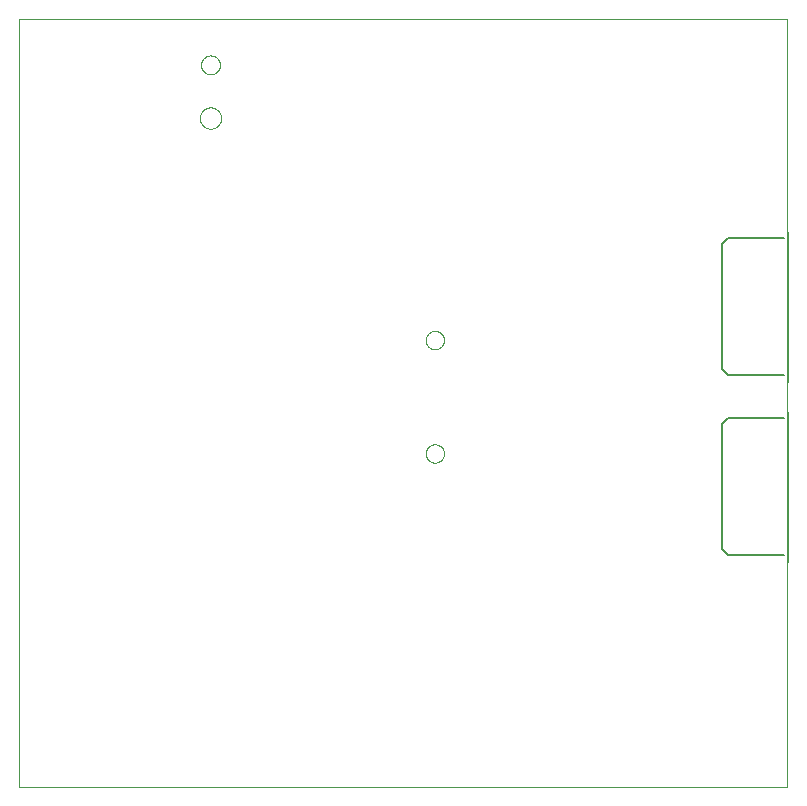
<source format=gbo>
From ad2df019cbf723b1d07ead72946830007506c741 Mon Sep 17 00:00:00 2001
From: Harald Welte <laforge@gnumonks.org>
Date: Tue, 21 Aug 2018 19:47:28 +0200
Subject: sfp-{breakout,experimenter}: Commit GERBER exports

---
 .../gerber/sfp-experimenter/sfp-experimenter.GBO   | 752 +++++++++++++++++++++
 1 file changed, 752 insertions(+)
 create mode 100644 sfp-breakout/gerber/sfp-experimenter/sfp-experimenter.GBO

(limited to 'sfp-breakout/gerber/sfp-experimenter/sfp-experimenter.GBO')

diff --git a/sfp-breakout/gerber/sfp-experimenter/sfp-experimenter.GBO b/sfp-breakout/gerber/sfp-experimenter/sfp-experimenter.GBO
new file mode 100644
index 0000000..64c24be
--- /dev/null
+++ b/sfp-breakout/gerber/sfp-experimenter/sfp-experimenter.GBO
@@ -0,0 +1,752 @@
+G75*
+%MOIN*%
+%OFA0B0*%
+%FSLAX25Y25*%
+%IPPOS*%
+%LPD*%
+%AMOC8*
+5,1,8,0,0,1.08239X$1,22.5*
+%
+%ADD10C,0.00000*%
+%ADD11C,0.00600*%
+D10*
+X0027667Y0001800D02*
+X0027667Y0257706D01*
+X0283573Y0257706D01*
+X0283573Y0001800D01*
+X0027667Y0001800D01*
+X0163160Y0112902D02*
+X0163162Y0113012D01*
+X0163168Y0113122D01*
+X0163178Y0113232D01*
+X0163192Y0113341D01*
+X0163210Y0113450D01*
+X0163231Y0113558D01*
+X0163257Y0113665D01*
+X0163286Y0113771D01*
+X0163320Y0113876D01*
+X0163357Y0113980D01*
+X0163398Y0114082D01*
+X0163442Y0114183D01*
+X0163490Y0114282D01*
+X0163542Y0114380D01*
+X0163597Y0114475D01*
+X0163655Y0114568D01*
+X0163717Y0114659D01*
+X0163782Y0114748D01*
+X0163850Y0114835D01*
+X0163922Y0114919D01*
+X0163996Y0115000D01*
+X0164073Y0115079D01*
+X0164153Y0115155D01*
+X0164236Y0115227D01*
+X0164321Y0115297D01*
+X0164409Y0115364D01*
+X0164499Y0115427D01*
+X0164591Y0115487D01*
+X0164685Y0115544D01*
+X0164782Y0115598D01*
+X0164880Y0115647D01*
+X0164980Y0115694D01*
+X0165082Y0115736D01*
+X0165185Y0115775D01*
+X0165289Y0115810D01*
+X0165395Y0115842D01*
+X0165501Y0115869D01*
+X0165609Y0115893D01*
+X0165717Y0115913D01*
+X0165826Y0115929D01*
+X0165936Y0115941D01*
+X0166046Y0115949D01*
+X0166156Y0115953D01*
+X0166266Y0115953D01*
+X0166376Y0115949D01*
+X0166486Y0115941D01*
+X0166596Y0115929D01*
+X0166705Y0115913D01*
+X0166813Y0115893D01*
+X0166921Y0115869D01*
+X0167027Y0115842D01*
+X0167133Y0115810D01*
+X0167237Y0115775D01*
+X0167340Y0115736D01*
+X0167442Y0115694D01*
+X0167542Y0115647D01*
+X0167640Y0115598D01*
+X0167736Y0115544D01*
+X0167831Y0115487D01*
+X0167923Y0115427D01*
+X0168013Y0115364D01*
+X0168101Y0115297D01*
+X0168186Y0115227D01*
+X0168269Y0115155D01*
+X0168349Y0115079D01*
+X0168426Y0115000D01*
+X0168500Y0114919D01*
+X0168572Y0114835D01*
+X0168640Y0114748D01*
+X0168705Y0114659D01*
+X0168767Y0114568D01*
+X0168825Y0114475D01*
+X0168880Y0114380D01*
+X0168932Y0114282D01*
+X0168980Y0114183D01*
+X0169024Y0114082D01*
+X0169065Y0113980D01*
+X0169102Y0113876D01*
+X0169136Y0113771D01*
+X0169165Y0113665D01*
+X0169191Y0113558D01*
+X0169212Y0113450D01*
+X0169230Y0113341D01*
+X0169244Y0113232D01*
+X0169254Y0113122D01*
+X0169260Y0113012D01*
+X0169262Y0112902D01*
+X0169260Y0112792D01*
+X0169254Y0112682D01*
+X0169244Y0112572D01*
+X0169230Y0112463D01*
+X0169212Y0112354D01*
+X0169191Y0112246D01*
+X0169165Y0112139D01*
+X0169136Y0112033D01*
+X0169102Y0111928D01*
+X0169065Y0111824D01*
+X0169024Y0111722D01*
+X0168980Y0111621D01*
+X0168932Y0111522D01*
+X0168880Y0111424D01*
+X0168825Y0111329D01*
+X0168767Y0111236D01*
+X0168705Y0111145D01*
+X0168640Y0111056D01*
+X0168572Y0110969D01*
+X0168500Y0110885D01*
+X0168426Y0110804D01*
+X0168349Y0110725D01*
+X0168269Y0110649D01*
+X0168186Y0110577D01*
+X0168101Y0110507D01*
+X0168013Y0110440D01*
+X0167923Y0110377D01*
+X0167831Y0110317D01*
+X0167737Y0110260D01*
+X0167640Y0110206D01*
+X0167542Y0110157D01*
+X0167442Y0110110D01*
+X0167340Y0110068D01*
+X0167237Y0110029D01*
+X0167133Y0109994D01*
+X0167027Y0109962D01*
+X0166921Y0109935D01*
+X0166813Y0109911D01*
+X0166705Y0109891D01*
+X0166596Y0109875D01*
+X0166486Y0109863D01*
+X0166376Y0109855D01*
+X0166266Y0109851D01*
+X0166156Y0109851D01*
+X0166046Y0109855D01*
+X0165936Y0109863D01*
+X0165826Y0109875D01*
+X0165717Y0109891D01*
+X0165609Y0109911D01*
+X0165501Y0109935D01*
+X0165395Y0109962D01*
+X0165289Y0109994D01*
+X0165185Y0110029D01*
+X0165082Y0110068D01*
+X0164980Y0110110D01*
+X0164880Y0110157D01*
+X0164782Y0110206D01*
+X0164685Y0110260D01*
+X0164591Y0110317D01*
+X0164499Y0110377D01*
+X0164409Y0110440D01*
+X0164321Y0110507D01*
+X0164236Y0110577D01*
+X0164153Y0110649D01*
+X0164073Y0110725D01*
+X0163996Y0110804D01*
+X0163922Y0110885D01*
+X0163850Y0110969D01*
+X0163782Y0111056D01*
+X0163717Y0111145D01*
+X0163655Y0111236D01*
+X0163597Y0111329D01*
+X0163542Y0111424D01*
+X0163490Y0111522D01*
+X0163442Y0111621D01*
+X0163398Y0111722D01*
+X0163357Y0111824D01*
+X0163320Y0111928D01*
+X0163286Y0112033D01*
+X0163257Y0112139D01*
+X0163231Y0112246D01*
+X0163210Y0112354D01*
+X0163192Y0112463D01*
+X0163178Y0112572D01*
+X0163168Y0112682D01*
+X0163162Y0112792D01*
+X0163160Y0112902D01*
+X0163160Y0150698D02*
+X0163162Y0150808D01*
+X0163168Y0150918D01*
+X0163178Y0151028D01*
+X0163192Y0151137D01*
+X0163210Y0151246D01*
+X0163231Y0151354D01*
+X0163257Y0151461D01*
+X0163286Y0151567D01*
+X0163320Y0151672D01*
+X0163357Y0151776D01*
+X0163398Y0151878D01*
+X0163442Y0151979D01*
+X0163490Y0152078D01*
+X0163542Y0152176D01*
+X0163597Y0152271D01*
+X0163655Y0152364D01*
+X0163717Y0152455D01*
+X0163782Y0152544D01*
+X0163850Y0152631D01*
+X0163922Y0152715D01*
+X0163996Y0152796D01*
+X0164073Y0152875D01*
+X0164153Y0152951D01*
+X0164236Y0153023D01*
+X0164321Y0153093D01*
+X0164409Y0153160D01*
+X0164499Y0153223D01*
+X0164591Y0153283D01*
+X0164685Y0153340D01*
+X0164782Y0153394D01*
+X0164880Y0153443D01*
+X0164980Y0153490D01*
+X0165082Y0153532D01*
+X0165185Y0153571D01*
+X0165289Y0153606D01*
+X0165395Y0153638D01*
+X0165501Y0153665D01*
+X0165609Y0153689D01*
+X0165717Y0153709D01*
+X0165826Y0153725D01*
+X0165936Y0153737D01*
+X0166046Y0153745D01*
+X0166156Y0153749D01*
+X0166266Y0153749D01*
+X0166376Y0153745D01*
+X0166486Y0153737D01*
+X0166596Y0153725D01*
+X0166705Y0153709D01*
+X0166813Y0153689D01*
+X0166921Y0153665D01*
+X0167027Y0153638D01*
+X0167133Y0153606D01*
+X0167237Y0153571D01*
+X0167340Y0153532D01*
+X0167442Y0153490D01*
+X0167542Y0153443D01*
+X0167640Y0153394D01*
+X0167736Y0153340D01*
+X0167831Y0153283D01*
+X0167923Y0153223D01*
+X0168013Y0153160D01*
+X0168101Y0153093D01*
+X0168186Y0153023D01*
+X0168269Y0152951D01*
+X0168349Y0152875D01*
+X0168426Y0152796D01*
+X0168500Y0152715D01*
+X0168572Y0152631D01*
+X0168640Y0152544D01*
+X0168705Y0152455D01*
+X0168767Y0152364D01*
+X0168825Y0152271D01*
+X0168880Y0152176D01*
+X0168932Y0152078D01*
+X0168980Y0151979D01*
+X0169024Y0151878D01*
+X0169065Y0151776D01*
+X0169102Y0151672D01*
+X0169136Y0151567D01*
+X0169165Y0151461D01*
+X0169191Y0151354D01*
+X0169212Y0151246D01*
+X0169230Y0151137D01*
+X0169244Y0151028D01*
+X0169254Y0150918D01*
+X0169260Y0150808D01*
+X0169262Y0150698D01*
+X0169260Y0150588D01*
+X0169254Y0150478D01*
+X0169244Y0150368D01*
+X0169230Y0150259D01*
+X0169212Y0150150D01*
+X0169191Y0150042D01*
+X0169165Y0149935D01*
+X0169136Y0149829D01*
+X0169102Y0149724D01*
+X0169065Y0149620D01*
+X0169024Y0149518D01*
+X0168980Y0149417D01*
+X0168932Y0149318D01*
+X0168880Y0149220D01*
+X0168825Y0149125D01*
+X0168767Y0149032D01*
+X0168705Y0148941D01*
+X0168640Y0148852D01*
+X0168572Y0148765D01*
+X0168500Y0148681D01*
+X0168426Y0148600D01*
+X0168349Y0148521D01*
+X0168269Y0148445D01*
+X0168186Y0148373D01*
+X0168101Y0148303D01*
+X0168013Y0148236D01*
+X0167923Y0148173D01*
+X0167831Y0148113D01*
+X0167737Y0148056D01*
+X0167640Y0148002D01*
+X0167542Y0147953D01*
+X0167442Y0147906D01*
+X0167340Y0147864D01*
+X0167237Y0147825D01*
+X0167133Y0147790D01*
+X0167027Y0147758D01*
+X0166921Y0147731D01*
+X0166813Y0147707D01*
+X0166705Y0147687D01*
+X0166596Y0147671D01*
+X0166486Y0147659D01*
+X0166376Y0147651D01*
+X0166266Y0147647D01*
+X0166156Y0147647D01*
+X0166046Y0147651D01*
+X0165936Y0147659D01*
+X0165826Y0147671D01*
+X0165717Y0147687D01*
+X0165609Y0147707D01*
+X0165501Y0147731D01*
+X0165395Y0147758D01*
+X0165289Y0147790D01*
+X0165185Y0147825D01*
+X0165082Y0147864D01*
+X0164980Y0147906D01*
+X0164880Y0147953D01*
+X0164782Y0148002D01*
+X0164685Y0148056D01*
+X0164591Y0148113D01*
+X0164499Y0148173D01*
+X0164409Y0148236D01*
+X0164321Y0148303D01*
+X0164236Y0148373D01*
+X0164153Y0148445D01*
+X0164073Y0148521D01*
+X0163996Y0148600D01*
+X0163922Y0148681D01*
+X0163850Y0148765D01*
+X0163782Y0148852D01*
+X0163717Y0148941D01*
+X0163655Y0149032D01*
+X0163597Y0149125D01*
+X0163542Y0149220D01*
+X0163490Y0149318D01*
+X0163442Y0149417D01*
+X0163398Y0149518D01*
+X0163357Y0149620D01*
+X0163320Y0149724D01*
+X0163286Y0149829D01*
+X0163257Y0149935D01*
+X0163231Y0150042D01*
+X0163210Y0150150D01*
+X0163192Y0150259D01*
+X0163178Y0150368D01*
+X0163168Y0150478D01*
+X0163162Y0150588D01*
+X0163160Y0150698D01*
+X0087874Y0224713D02*
+X0087876Y0224831D01*
+X0087882Y0224950D01*
+X0087892Y0225068D01*
+X0087906Y0225185D01*
+X0087923Y0225302D01*
+X0087945Y0225419D01*
+X0087971Y0225534D01*
+X0088000Y0225649D01*
+X0088033Y0225763D01*
+X0088070Y0225875D01*
+X0088111Y0225986D01*
+X0088155Y0226096D01*
+X0088203Y0226204D01*
+X0088255Y0226311D01*
+X0088310Y0226416D01*
+X0088369Y0226519D01*
+X0088431Y0226619D01*
+X0088496Y0226718D01*
+X0088565Y0226815D01*
+X0088636Y0226909D01*
+X0088711Y0227000D01*
+X0088789Y0227090D01*
+X0088870Y0227176D01*
+X0088954Y0227260D01*
+X0089040Y0227341D01*
+X0089130Y0227419D01*
+X0089221Y0227494D01*
+X0089315Y0227565D01*
+X0089412Y0227634D01*
+X0089511Y0227699D01*
+X0089611Y0227761D01*
+X0089714Y0227820D01*
+X0089819Y0227875D01*
+X0089926Y0227927D01*
+X0090034Y0227975D01*
+X0090144Y0228019D01*
+X0090255Y0228060D01*
+X0090367Y0228097D01*
+X0090481Y0228130D01*
+X0090596Y0228159D01*
+X0090711Y0228185D01*
+X0090828Y0228207D01*
+X0090945Y0228224D01*
+X0091062Y0228238D01*
+X0091180Y0228248D01*
+X0091299Y0228254D01*
+X0091417Y0228256D01*
+X0091535Y0228254D01*
+X0091654Y0228248D01*
+X0091772Y0228238D01*
+X0091889Y0228224D01*
+X0092006Y0228207D01*
+X0092123Y0228185D01*
+X0092238Y0228159D01*
+X0092353Y0228130D01*
+X0092467Y0228097D01*
+X0092579Y0228060D01*
+X0092690Y0228019D01*
+X0092800Y0227975D01*
+X0092908Y0227927D01*
+X0093015Y0227875D01*
+X0093120Y0227820D01*
+X0093223Y0227761D01*
+X0093323Y0227699D01*
+X0093422Y0227634D01*
+X0093519Y0227565D01*
+X0093613Y0227494D01*
+X0093704Y0227419D01*
+X0093794Y0227341D01*
+X0093880Y0227260D01*
+X0093964Y0227176D01*
+X0094045Y0227090D01*
+X0094123Y0227000D01*
+X0094198Y0226909D01*
+X0094269Y0226815D01*
+X0094338Y0226718D01*
+X0094403Y0226619D01*
+X0094465Y0226519D01*
+X0094524Y0226416D01*
+X0094579Y0226311D01*
+X0094631Y0226204D01*
+X0094679Y0226096D01*
+X0094723Y0225986D01*
+X0094764Y0225875D01*
+X0094801Y0225763D01*
+X0094834Y0225649D01*
+X0094863Y0225534D01*
+X0094889Y0225419D01*
+X0094911Y0225302D01*
+X0094928Y0225185D01*
+X0094942Y0225068D01*
+X0094952Y0224950D01*
+X0094958Y0224831D01*
+X0094960Y0224713D01*
+X0094958Y0224595D01*
+X0094952Y0224476D01*
+X0094942Y0224358D01*
+X0094928Y0224241D01*
+X0094911Y0224124D01*
+X0094889Y0224007D01*
+X0094863Y0223892D01*
+X0094834Y0223777D01*
+X0094801Y0223663D01*
+X0094764Y0223551D01*
+X0094723Y0223440D01*
+X0094679Y0223330D01*
+X0094631Y0223222D01*
+X0094579Y0223115D01*
+X0094524Y0223010D01*
+X0094465Y0222907D01*
+X0094403Y0222807D01*
+X0094338Y0222708D01*
+X0094269Y0222611D01*
+X0094198Y0222517D01*
+X0094123Y0222426D01*
+X0094045Y0222336D01*
+X0093964Y0222250D01*
+X0093880Y0222166D01*
+X0093794Y0222085D01*
+X0093704Y0222007D01*
+X0093613Y0221932D01*
+X0093519Y0221861D01*
+X0093422Y0221792D01*
+X0093323Y0221727D01*
+X0093223Y0221665D01*
+X0093120Y0221606D01*
+X0093015Y0221551D01*
+X0092908Y0221499D01*
+X0092800Y0221451D01*
+X0092690Y0221407D01*
+X0092579Y0221366D01*
+X0092467Y0221329D01*
+X0092353Y0221296D01*
+X0092238Y0221267D01*
+X0092123Y0221241D01*
+X0092006Y0221219D01*
+X0091889Y0221202D01*
+X0091772Y0221188D01*
+X0091654Y0221178D01*
+X0091535Y0221172D01*
+X0091417Y0221170D01*
+X0091299Y0221172D01*
+X0091180Y0221178D01*
+X0091062Y0221188D01*
+X0090945Y0221202D01*
+X0090828Y0221219D01*
+X0090711Y0221241D01*
+X0090596Y0221267D01*
+X0090481Y0221296D01*
+X0090367Y0221329D01*
+X0090255Y0221366D01*
+X0090144Y0221407D01*
+X0090034Y0221451D01*
+X0089926Y0221499D01*
+X0089819Y0221551D01*
+X0089714Y0221606D01*
+X0089611Y0221665D01*
+X0089511Y0221727D01*
+X0089412Y0221792D01*
+X0089315Y0221861D01*
+X0089221Y0221932D01*
+X0089130Y0222007D01*
+X0089040Y0222085D01*
+X0088954Y0222166D01*
+X0088870Y0222250D01*
+X0088789Y0222336D01*
+X0088711Y0222426D01*
+X0088636Y0222517D01*
+X0088565Y0222611D01*
+X0088496Y0222708D01*
+X0088431Y0222807D01*
+X0088369Y0222907D01*
+X0088310Y0223010D01*
+X0088255Y0223115D01*
+X0088203Y0223222D01*
+X0088155Y0223330D01*
+X0088111Y0223440D01*
+X0088070Y0223551D01*
+X0088033Y0223663D01*
+X0088000Y0223777D01*
+X0087971Y0223892D01*
+X0087945Y0224007D01*
+X0087923Y0224124D01*
+X0087906Y0224241D01*
+X0087892Y0224358D01*
+X0087882Y0224476D01*
+X0087876Y0224595D01*
+X0087874Y0224713D01*
+X0088267Y0242430D02*
+X0088269Y0242542D01*
+X0088275Y0242653D01*
+X0088285Y0242765D01*
+X0088299Y0242876D01*
+X0088316Y0242986D01*
+X0088338Y0243096D01*
+X0088364Y0243205D01*
+X0088393Y0243313D01*
+X0088426Y0243419D01*
+X0088463Y0243525D01*
+X0088504Y0243629D01*
+X0088549Y0243732D01*
+X0088597Y0243833D01*
+X0088648Y0243932D01*
+X0088703Y0244029D01*
+X0088762Y0244124D01*
+X0088823Y0244218D01*
+X0088888Y0244309D01*
+X0088957Y0244397D01*
+X0089028Y0244483D01*
+X0089102Y0244567D01*
+X0089180Y0244647D01*
+X0089260Y0244725D01*
+X0089343Y0244801D01*
+X0089428Y0244873D01*
+X0089516Y0244942D01*
+X0089606Y0245008D01*
+X0089699Y0245070D01*
+X0089794Y0245130D01*
+X0089891Y0245186D01*
+X0089989Y0245238D01*
+X0090090Y0245287D01*
+X0090192Y0245332D01*
+X0090296Y0245374D01*
+X0090401Y0245412D01*
+X0090508Y0245446D01*
+X0090615Y0245476D01*
+X0090724Y0245503D01*
+X0090833Y0245525D01*
+X0090944Y0245544D01*
+X0091054Y0245559D01*
+X0091166Y0245570D01*
+X0091277Y0245577D01*
+X0091389Y0245580D01*
+X0091501Y0245579D01*
+X0091613Y0245574D01*
+X0091724Y0245565D01*
+X0091835Y0245552D01*
+X0091946Y0245535D01*
+X0092056Y0245515D01*
+X0092165Y0245490D01*
+X0092273Y0245462D01*
+X0092380Y0245429D01*
+X0092486Y0245393D01*
+X0092590Y0245353D01*
+X0092693Y0245310D01*
+X0092795Y0245263D01*
+X0092894Y0245212D01*
+X0092992Y0245158D01*
+X0093088Y0245100D01*
+X0093182Y0245039D01*
+X0093273Y0244975D01*
+X0093362Y0244908D01*
+X0093449Y0244837D01*
+X0093533Y0244763D01*
+X0093615Y0244687D01*
+X0093693Y0244607D01*
+X0093769Y0244525D01*
+X0093842Y0244440D01*
+X0093912Y0244353D01*
+X0093978Y0244263D01*
+X0094042Y0244171D01*
+X0094102Y0244077D01*
+X0094159Y0243981D01*
+X0094212Y0243882D01*
+X0094262Y0243782D01*
+X0094308Y0243681D01*
+X0094351Y0243577D01*
+X0094390Y0243472D01*
+X0094425Y0243366D01*
+X0094456Y0243259D01*
+X0094484Y0243150D01*
+X0094507Y0243041D01*
+X0094527Y0242931D01*
+X0094543Y0242820D01*
+X0094555Y0242709D01*
+X0094563Y0242598D01*
+X0094567Y0242486D01*
+X0094567Y0242374D01*
+X0094563Y0242262D01*
+X0094555Y0242151D01*
+X0094543Y0242040D01*
+X0094527Y0241929D01*
+X0094507Y0241819D01*
+X0094484Y0241710D01*
+X0094456Y0241601D01*
+X0094425Y0241494D01*
+X0094390Y0241388D01*
+X0094351Y0241283D01*
+X0094308Y0241179D01*
+X0094262Y0241078D01*
+X0094212Y0240978D01*
+X0094159Y0240879D01*
+X0094102Y0240783D01*
+X0094042Y0240689D01*
+X0093978Y0240597D01*
+X0093912Y0240507D01*
+X0093842Y0240420D01*
+X0093769Y0240335D01*
+X0093693Y0240253D01*
+X0093615Y0240173D01*
+X0093533Y0240097D01*
+X0093449Y0240023D01*
+X0093362Y0239952D01*
+X0093273Y0239885D01*
+X0093182Y0239821D01*
+X0093088Y0239760D01*
+X0092992Y0239702D01*
+X0092894Y0239648D01*
+X0092795Y0239597D01*
+X0092693Y0239550D01*
+X0092590Y0239507D01*
+X0092486Y0239467D01*
+X0092380Y0239431D01*
+X0092273Y0239398D01*
+X0092165Y0239370D01*
+X0092056Y0239345D01*
+X0091946Y0239325D01*
+X0091835Y0239308D01*
+X0091724Y0239295D01*
+X0091613Y0239286D01*
+X0091501Y0239281D01*
+X0091389Y0239280D01*
+X0091277Y0239283D01*
+X0091166Y0239290D01*
+X0091054Y0239301D01*
+X0090944Y0239316D01*
+X0090833Y0239335D01*
+X0090724Y0239357D01*
+X0090615Y0239384D01*
+X0090508Y0239414D01*
+X0090401Y0239448D01*
+X0090296Y0239486D01*
+X0090192Y0239528D01*
+X0090090Y0239573D01*
+X0089989Y0239622D01*
+X0089891Y0239674D01*
+X0089794Y0239730D01*
+X0089699Y0239790D01*
+X0089606Y0239852D01*
+X0089516Y0239918D01*
+X0089428Y0239987D01*
+X0089343Y0240059D01*
+X0089260Y0240135D01*
+X0089180Y0240213D01*
+X0089102Y0240293D01*
+X0089028Y0240377D01*
+X0088957Y0240463D01*
+X0088888Y0240551D01*
+X0088823Y0240642D01*
+X0088762Y0240736D01*
+X0088703Y0240831D01*
+X0088648Y0240928D01*
+X0088597Y0241027D01*
+X0088549Y0241128D01*
+X0088504Y0241231D01*
+X0088463Y0241335D01*
+X0088426Y0241441D01*
+X0088393Y0241547D01*
+X0088364Y0241655D01*
+X0088338Y0241764D01*
+X0088316Y0241874D01*
+X0088299Y0241984D01*
+X0088285Y0242095D01*
+X0088275Y0242207D01*
+X0088269Y0242318D01*
+X0088267Y0242430D01*
+X0283917Y0186800D02*
+X0283917Y0136800D01*
+X0283917Y0126800D02*
+X0283917Y0076800D01*
+D11*
+X0282736Y0078965D02*
+X0263839Y0078965D01*
+X0261870Y0080934D01*
+X0261870Y0122666D01*
+X0263839Y0124635D01*
+X0282736Y0124635D01*
+X0282736Y0138965D02*
+X0263839Y0138965D01*
+X0261870Y0140934D01*
+X0261870Y0182666D01*
+X0263839Y0184635D01*
+X0282736Y0184635D01*
+M02*
-- 
cgit v1.2.3


</source>
